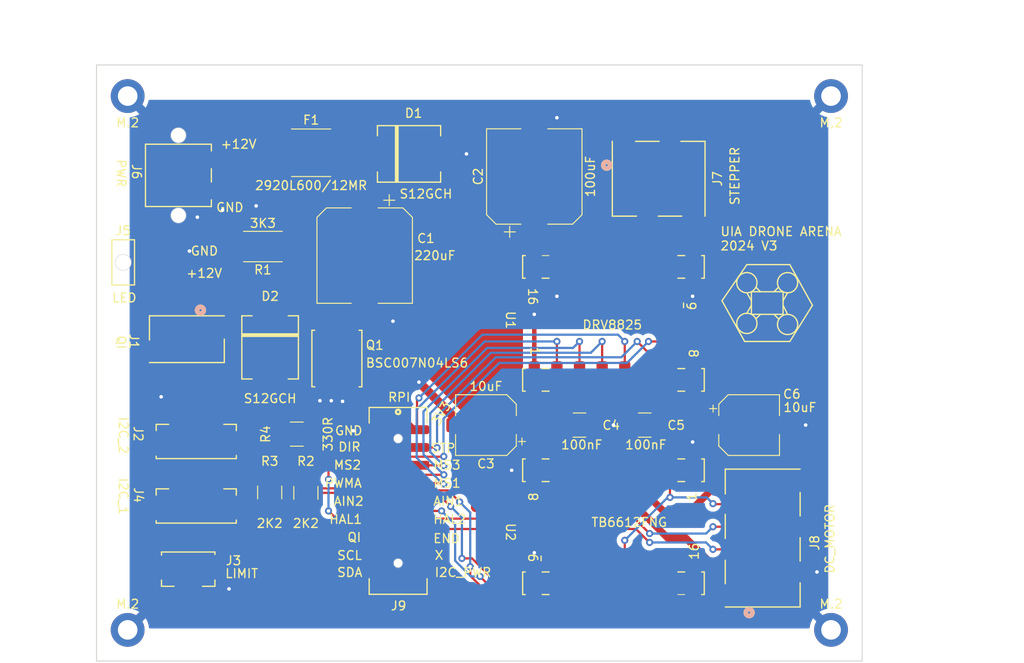
<source format=kicad_pcb>
(kicad_pcb (version 20221018) (generator pcbnew)
  (layers (0 "F.Cu" signal) (31 "B.Cu" signal) (34 "B.Paste" user) (35 "F.Paste" user) (36 "B.SilkS" user "B.Silkscreen") (37 "F.SilkS" user "F.Silkscreen") (38 "B.Mask" user) (39 "F.Mask" user) (44 "Edge.Cuts" user))
  (net 0 "")
  (net 1 "+12V")
  (net 2 "GND")
  (net 3 "+3.3V")
  (net 4 "Net-(J6-VCC)")
  (net 5 "/D")
  (net 6 "/I2C_PWR")
  (net 7 "/SCL")
  (net 8 "/SDA")
  (net 9 "Net-(J3-COM)")
  (net 10 "Net-(J5-pin_1)")
  (net 11 "Net-(J7-Pin_1)")
  (net 12 "Net-(J7-Pin_2)")
  (net 13 "Net-(J7-Pin_3)")
  (net 14 "Net-(J7-Pin_4)")
  (net 15 "Net-(J8-Pin_1)")
  (net 16 "Net-(J8-Pin_3)")
  (net 17 "Net-(J8-Pin_4)")
  (net 18 "Net-(J8-Pin_6)")
  (net 19 "Net-(J9-STEP)")
  (net 20 "Net-(J9-DIR)")
  (net 21 "Net-(J9-MS3)")
  (net 22 "Net-(J9-MS2)")
  (net 23 "Net-(J9-MS1)")
  (net 24 "Net-(J9-PWMA)")
  (net 25 "Net-(J9-AIN1)")
  (net 26 "Net-(J9-AIN2)")
  (net 27 "Net-(J9-QI)")
  (net 28 "/G")
  (footprint "2_bachelors_footprints:led_header_p2.54_2pin" (layer "F.Cu") (at 106.2275 75.6918 90)
    (fp_text reference "J5")
    (fp_text value "~")
    (fp_circle (center 0 1.27) (end 0.9 1.27) (stroke (width 0.05)) (fill none) (layer "Edge.Cuts"))
  )
  (footprint "2_bachelors_footprints:B4B-ZR-SM4-TFT" (layer "F.Cu") (at 115.7 101.25)
    (fp_text reference "J4")
    (fp_text value "~")
  )
  (footprint "Capacitor_SMD:C_1210_3225Metric_Pad1.33x2.70mm_HandSolder" (layer "F.Cu") (at 166.0775 93.98 180)
    (fp_text reference "C5")
    (fp_text value "100nF")
  )
  (footprint "Resistor_SMD:R_1210_3225Metric_Pad1.30x2.65mm_HandSolder" (layer "F.Cu") (at 127 94.996 180)
    (fp_text reference "R4")
    (fp_text value "330R")
  )
  (footprint "MountingHole:MountingHole_2.2mm_M2_DIN965_Pad" (layer "F.Cu") (at 187 57)
    (fp_text reference "M,2")
    (fp_text value "MountingHole_2.2mm_M2_DIN965_Pad")
  )
  (footprint "2_bachelors_footprints:CONN_MOLEX_18p_2.00mm" (layer "F.Cu") (at 138.375 102.5 -90)
    (fp_text reference "J9")
    (fp_text value "~")
    (fp_circle (center -7 0) (end -6.5 0) (stroke (width 0.05)) (fill none) (layer "Edge.Cuts"))
    (fp_circle (center 7 0) (end 7.5 0) (stroke (width 0.05)) (fill none) (layer "Edge.Cuts"))
  )
  (footprint "2_bachelors_footprints:B2B-ZR-SM4-TFT" (layer "F.Cu") (at 114.05 112.1 180)
    (fp_text reference "J3")
    (fp_text value "~")
  )
  (footprint "Capacitor_SMD:CP_Elec_6.3x4.5" (layer "F.Cu") (at 177.8 93.98)
    (fp_text reference "C6")
    (fp_text value "10uF")
  )
  (footprint "Resistor_SMD:R_1210_3225Metric_Pad1.30x2.65mm_HandSolder" (layer "F.Cu") (at 128.016 101.6 -90)
    (fp_text reference "R2")
    (fp_text value "2K2")
  )
  (footprint "2_bachelors_footprints:CONN_MTA_100_6" (layer "F.Cu") (at 180.7845 107.95 -90)
    (fp_text reference "J8")
    (fp_text value "~")
  )
  (footprint "Capacitor_SMD:C_1210_3225Metric_Pad1.33x2.70mm_HandSolder" (layer "F.Cu") (at 158.75 93.98)
    (fp_text reference "C4")
    (fp_text value "100nF")
  )
  (footprint "Capacitor_SMD:CP_Elec_10x10.5" (layer "F.Cu") (at 134.62 74.93 -90)
    (fp_text reference "C1")
    (fp_text value "220uF")
  )
  (footprint "Fuse:Fuse_2920_7451Metric_Pad2.10x5.45mm_HandSolder" (layer "F.Cu") (at 128.605 63.373)
    (fp_text reference "F1")
    (fp_text value "2920L600/12MR\n")
  )
  (footprint "MountingHole:MountingHole_2.2mm_M2_DIN965_Pad" (layer "F.Cu") (at 108 117)
    (fp_text reference "M.2")
    (fp_text value "MountingHole_2.2mm_M2_DIN965_Pad")
  )
  (footprint "2_bachelors_footprints:CONN_MTA_100_4" (layer "F.Cu") (at 163.83 64.77 180)
    (fp_text reference "J7")
    (fp_text value "~")
  )
  (footprint "2_bachelors_footprints:CONN_BREAKOUT_BOARDS" (layer "F.Cu") (at 162.56 111.76 180)
    (fp_text reference "U2")
    (fp_text value "~")
  )
  (footprint "2_bachelors_footprints:S12GCH" (layer "F.Cu") (at 124 85 -90)
    (fp_text reference "D2")
    (fp_text value "S12GCH")
  )
  (footprint "Resistor_SMD:R_2512_6332Metric_Pad1.40x3.35mm_HandSolder" (layer "F.Cu") (at 123.19 73.914 180)
    (fp_text reference "R1")
    (fp_text value "3K3")
  )
  (footprint "2_bachelors_footprints:CONN_BREAKOUT_BOARDS" (layer "F.Cu") (at 162.56 76.2)
    (fp_text reference "U1")
    (fp_text value "~")
  )
  (footprint "MountingHole:MountingHole_2.2mm_M2_DIN965_Pad" (layer "F.Cu") (at 187 117)
    (fp_text reference "M.2")
    (fp_text value "MountingHole_2.2mm_M2_DIN965_Pad")
  )
  (footprint "MountingHole:MountingHole_2.2mm_M2_DIN965_Pad" (layer "F.Cu") (at 108 57)
    (fp_text reference "M.2")
    (fp_text value "MountingHole_2.2mm_M2_DIN965_Pad")
  )
  (footprint "Resistor_SMD:R_1210_3225Metric_Pad1.30x2.65mm_HandSolder" (layer "F.Cu") (at 123.952 101.55 -90)
    (fp_text reference "R3")
    (fp_text value "2K2")
  )
  (footprint "Capacitor_SMD:CP_Elec_6.3x4.5" (layer "F.Cu") (at 148.24 93.98 180)
    (fp_text reference "C3")
    (fp_text value "10uF")
  )
  (footprint "2_bachelors_footprints:PG-TDSON-8-6_INF" (layer "F.Cu") (at 131.5 86.5 90)
    (fp_text reference "Q1")
    (fp_text value "BSC007N04LS6")
  )
  (footprint "2_bachelors_footprints:TERMINAL_BLOCK_5081" (layer "F.Cu") (at 117.4 65.913 -90)
    (fp_text reference "J6")
    (fp_text value "~")
    (fp_circle (center -4.5 3.7) (end -3.65 3.7) (stroke (width 0.05)) (fill none) (layer "Edge.Cuts"))
    (fp_circle (center 4.5 3.7) (end 5.35 3.7) (stroke (width 0.05)) (fill none) (layer "Edge.Cuts"))
  )
  (footprint "2_bachelors_footprints:S12GCH" (layer "F.Cu") (at 139.354 63.5)
    (fp_text reference "D1")
    (fp_text value "S12GCH")
  )
  (footprint "Capacitor_SMD:CP_Elec_10x10.5" (layer "F.Cu") (at 153.67 66.04 90)
    (fp_text reference "C2")
    (fp_text value "100uF")
  )
  (footprint "2_bachelors_footprints:B4B-ZR-SM4-TFT" (layer "F.Cu") (at 115.7 94)
    (fp_text reference "J2")
    (fp_text value "~")
  )
  (footprint "2_bachelors_footprints:CONN_MTA_100_2" (layer "F.Cu") (at 114.554 84.31826 90)
    (fp_text reference "J1")
    (fp_text value "~")
  )
  (gr_line (start 182.372 75.946) (end 184.912 80.518) (stroke (width 0.15)) (layer "F.SilkS"))
  (gr_line (start 184.912 80.518) (end 182.372 84.582) (stroke (width 0.15)) (layer "F.SilkS"))
  (gr_line (start 178.054 80.01) (end 177.546 79.113922) (stroke (width 0.15)) (layer "F.SilkS"))
  (gr_line (start 182.372 84.582) (end 177.292 84.582) (stroke (width 0.15)) (layer "F.SilkS"))
  (gr_line (start 179.07 81.534) (end 178.562 82.042) (stroke (width 0.15)) (layer "F.SilkS"))
  (gr_line (start 177.546 75.946) (end 182.372 75.946) (stroke (width 0.15)) (layer "F.SilkS"))
  (gr_line (start 180.594 81.534) (end 181.102 82.042) (stroke (width 0.15)) (layer "F.SilkS"))
  (gr_circle (center 182.118 77.978) (end 181.61 76.962) (stroke (width 0.15)) (fill none) (layer "F.SilkS"))
  (gr_circle (center 177.546 82.55) (end 178.562 82.042) (stroke (width 0.15)) (fill none) (layer "F.SilkS"))
  (gr_line (start 170.434 80.264) (end 170.434 80.772) (stroke (width 0.15)) (layer "F.SilkS"))
  (gr_line (start 180.594 78.994) (end 181.102 78.486) (stroke (width 0.15)) (layer "F.SilkS"))
  (gr_circle (center 182.118 82.669922) (end 181.61 81.653922) (stroke (width 0.15)) (fill none) (layer "F.SilkS"))
  (gr_line (start 154.432 109.22) (end 154.432 108.712) (stroke (width 0.15)) (layer "F.SilkS"))
  (gr_line (start 182.118 81.534) (end 181.61 80.518) (stroke (width 0.15)) (layer "F.SilkS"))
  (gr_line (start 179.07 78.994) (end 178.562 78.486) (stroke (width 0.15)) (layer "F.SilkS"))
  (gr_line (start 178.054 80.518) (end 177.546 81.414078) (stroke (width 0.15)) (layer "F.SilkS"))
  (gr_line (start 174.752 80.01) (end 177.546 75.946) (stroke (width 0.15)) (layer "F.SilkS"))
  (gr_rect (start 178.054 78.994) (end 181.61 81.534) (stroke (width 0.15)) (fill none) (layer "F.SilkS"))
  (gr_line (start 177.292 84.582) (end 174.752 80.01) (stroke (width 0.15)) (layer "F.SilkS"))
  (gr_line (start 181.61 80.01) (end 182.118 79.113922) (stroke (width 0.15)) (layer "F.SilkS"))
  (gr_circle (center 177.546 77.978) (end 178.562 77.47) (stroke (width 0.15)) (fill none) (layer "F.SilkS"))
  (gr_rect (start 104.5 53.5) (end 190.5 120.5) (stroke (width 0.1)) (fill none) (layer "Edge.Cuts"))
  (gr_text "LED" (at 106.172 80.264) (layer "F.SilkS") (effects (font (size 1 1)) (justify left bottom)))
  (gr_text "8" (at 170.942 85.344 -90) (layer "F.SilkS") (effects (font (size 1 1)) (justify left bottom)))
  (gr_text "UIA DRONE ARENA\n2024 V3" (at 174.498 74.422) (layer "F.SilkS") (effects (font (size 1 1)) (justify left bottom)))
  (gr_text "HAL2" (at 142.24 105.156) (layer "F.SilkS") (effects (font (size 1 1)) (justify left bottom)))
  (gr_text "MS3" (at 142.24 99.06) (layer "F.SilkS") (effects (font (size 1 1)) (justify left bottom)))
  (gr_text "GND" (at 117.856 70.104) (layer "F.SilkS") (effects (font (size 1 1)) (justify left bottom)))
  (gr_text "DIR" (at 131.572 97.028) (layer "F.SilkS") (effects (font (size 1 1)) (justify left bottom)))
  (gr_text "DRV8825" (at 159.004 83.312) (layer "F.SilkS") (effects (font (size 1 1)) (justify left bottom)))
  (gr_text "1" (at 171.958 102.616 90) (layer "F.SilkS") (effects (font (size 1 1)) (justify left bottom)))
  (gr_text "I2C_PWR" (at 142.4 111.125) (layer "F.SilkS") (effects (font (size 1 1)) (justify left bottom)))
  (gr_text "PWR" (at 106.68 64.008 -90) (layer "F.SilkS") (effects (font (size 1 1)) (justify left bottom)))
  (gr_text "LIMIT" (at 118.872 111.252) (layer "F.SilkS") (effects (font (size 1 1)) (justify left bottom)))
  (gr_text "MS1" (at 142.24 101.092) (layer "F.SilkS") (effects (font (size 1 1)) (justify left bottom)))
  (gr_text "RPI" (at 137.16 91.44) (layer "F.SilkS") (effects (font (size 1 1)) (justify left bottom)))
  (gr_text "TB6612FNG" (at 160 105.5) (layer "F.SilkS") (effects (font (size 1 1)) (justify left bottom)))
  (gr_text "STEPPER" (at 176.784 69.342 90) (layer "F.SilkS") (effects (font (size 1 1)) (justify left bottom)))
  (gr_text "AIN1" (at 142.24 103.124) (layer "F.SilkS") (effects (font (size 1 1)) (justify left bottom)))
  (gr_text "GND" (at 115 75) (layer "F.SilkS") (effects (font (size 1 1)) (justify left bottom)))
  (gr_text "16" (at 172.212 109.22 90) (layer "F.SilkS") (effects (font (size 1 1)) (justify left bottom)))
  (gr_text "16" (at 152.908 78.486 -90) (layer "F.SilkS") (effects (font (size 1 1)) (justify left bottom)))
  (gr_text "GND" (at 131.2 95.2) (layer "F.SilkS") (effects (font (size 1 1)) (justify left bottom)))
  (gr_text "I2C_2" (at 106.934 92.964 -90) (layer "F.SilkS") (effects (font (size 1 1)) (justify left bottom)))
  (gr_text "STP" (at 141.986 97.155) (layer "F.SilkS") (effects (font (size 1 1)) (justify left bottom)))
  (gr_text "X" (at 142.4 109.2) (layer "F.SilkS") (effects (font (size 1 1)) (justify left bottom)))
  (gr_text "AIN2" (at 131.064 103.124) (layer "F.SilkS") (effects (font (size 1 1)) (justify left bottom)))
  (gr_text "1" (at 153.162 85.09 -90) (layer "F.SilkS") (effects (font (size 1 1)) (justify left bottom)))
  (gr_text "SCL" (at 131.445 109.22) (layer "F.SilkS") (effects (font (size 1 1)) (justify left bottom)))
  (gr_text "8" (at 154.178 102.616 90) (layer "F.SilkS") (effects (font (size 1 1)) (justify left bottom)))
  (gr_text "QI" (at 106.68 83.82 -90) (layer "F.SilkS") (effects (font (size 1 1)) (justify left bottom)))
  (gr_text "MS2" (at 131.064 99.06) (layer "F.SilkS") (effects (font (size 1 1)) (justify left bottom)))
  (gr_text "9" (at 170.688 80.01 270) (layer "F.SilkS") (effects (font (size 1 1)) (justify left bottom)))
  (gr_text "9" (at 154.178 109.474 90) (layer "F.SilkS") (effects (font (size 1 1)) (justify left bottom)))
  (gr_text "I2C_1" (at 106.934 99.822 -90) (layer "F.SilkS") (effects (font (size 1 1)) (justify left bottom)))
  (gr_text "HAL1" (at 130.556 105.156) (layer "F.SilkS") (effects (font (size 1 1)) (justify left bottom)))
  (gr_text "3V3" (at 143.002 94.234 60) (layer "F.SilkS") (effects (font (size 1 1)) (justify left bottom)))
  (gr_text "SDA" (at 131.445 111.125) (layer "F.SilkS") (effects (font (size 1 1)) (justify left bottom)))
  (gr_text "END" (at 142.24 107.315) (layer "F.SilkS") (effects (font (size 1 1)) (justify left bottom)))
  (gr_text "DC_MOTOR" (at 187.452 110.744 90) (layer "F.SilkS") (effects (font (size 1 1)) (justify left bottom)))
  (gr_text "PWMA" (at 130.048 101.092) (layer "F.SilkS") (effects (font (size 1 1)) (justify left bottom)))
  (gr_text "+12V" (at 118.364 62.992) (layer "F.SilkS") (effects (font (size 1 1)) (justify left bottom)))
  (gr_text "QI" (at 132.588 107.188) (layer "F.SilkS") (effects (font (size 1 1)) (justify left bottom)))
  (gr_text "+12V" (at 114.5 77.5) (layer "F.SilkS") (effects (font (size 1 1)) (justify left bottom)))
  (segment (start 148.4 92.964) (end 148.4 94.996) (width 1) (layer "F.Cu") (net 1))
  (segment (start 156.972 96.266) (end 157.1875 96.0505) (width 1.2) (layer "F.Cu") (net 1))
  (segment (start 117.05548 83.09652) (end 119.38 80.772) (width 1) (layer "F.Cu") (net 1))
  (segment (start 156.845 96.393) (end 157.1875 96.0505) (width 1.2) (layer "F.Cu") (net 1))
  (segment (start 116 83) (end 118.402 83) (width 0.25) (layer "F.Cu") (net 1))
  (segment (start 132.08 63.373) (end 135.925 63.373) (width 1) (layer "F.Cu") (net 1))
  (segment (start 157.1875 93.98) (end 157.1875 92.4175) (width 1) (layer "F.Cu") (net 1))
  (segment (start 153.67 76.2) (end 151.13 78.74) (width 1) (layer "F.Cu") (net 1))
  (segment (start 157.1875 96.0505) (end 157.1875 93.98) (width 1) (layer "F.Cu") (net 1))
  (segment (start 156.21 99.06) (end 156.21 97.028) (width 1) (layer "F.Cu") (net 1))
  (segment (start 156.21 97.028) (end 155.448 96.266) (width 1.2) (layer "F.Cu") (net 1))
  (segment (start 157.1875 92.4175) (end 156.845 92.075) (width 1) (layer "F.Cu") (net 1))
  (segment (start 156.845 92.075) (end 155.575 92.075) (width 1) (layer "F.Cu") (net 1))
  (segment (start 135.925 63.373) (end 136.052 63.5) (width 0.25) (layer "F.Cu") (net 1))
  (segment (start 124 81.698) (end 126.746 81.698) (width 1) (layer "F.Cu") (net 1))
  (segment (start 153.67 76.2) (end 153.67 70.24) (width 1) (layer "F.Cu") (net 1))
  (segment (start 156.21 99.06) (end 156.21 101.854) (width 1) (layer "F.Cu") (net 1))
  (segment (start 155.448 96.266) (end 156.972 96.266) (width 1.2) (layer "F.Cu") (net 1))
  (segment (start 150.94 93.98) (end 148.4 93.98) (width 1) (layer "F.Cu") (net 1))
  (segment (start 116 83) (end 117.856 83) (width 0.25) (layer "F.Cu") (net 1))
  (segment (start 148.4 92.456) (end 148.4 93.98) (width 1) (layer "F.Cu") (net 1))
  (segment (start 156.21 97.028) (end 156.845 96.393) (width 1.2) (layer "F.Cu") (net 1))
  (segment (start 153.67 99.06) (end 151.13 99.06) (width 0.6) (layer "F.Cu") (net 2))
  (segment (start 115.824 68.326) (end 116.487 67.663) (width 1.5) (layer "F.Cu") (net 2))
  (segment (start 118.65 67.663) (end 118.65 69.818) (width 1.5) (layer "F.Cu") (net 2))
  (segment (start 118.65 67.663) (end 120.749 67.663) (width 0.25) (layer "F.Cu") (net 2))
  (segment (start 130.81 89.467501) (end 130.865 89.522501) (width 0.25) (layer "F.Cu") (net 2))
  (segment (start 132.135 91.313) (end 132.135 89.412501) (width 0.85) (layer "F.Cu") (net 2))
  (segment (start 153.67 88.9) (end 153.67 81.534) (width 0.5) (layer "F.Cu") (net 2))
  (segment (start 153.806 61.84) (end 153.67 61.84) (width 1) (layer "F.Cu") (net 2))
  (segment (start 144.46 93.538) (end 144.018 93.98) (width 0.25) (layer "F.Cu") (net 2))
  (segment (start 171.45 76.2) (end 171.45 79.502) (width 0.6) (layer "F.Cu") (net 2))
  (segment (start 153.67 111.76) (end 153.67 108.331) (width 0.6) (layer "F.Cu") (net 2))
  (segment (start 137.795 82.305) (end 134.738 79.248) (width 1) (layer "F.Cu") (net 2))
  (segment (start 144.018 93.98) (end 144.46 93.98) (width 0.25) (layer "F.Cu") (net 2))
  (segment (start 164.515 93.98) (end 162.56 93.98) (width 0.25) (layer "F.Cu") (net 2))
  (segment (start 142.952 63.5) (end 146.05 63.5) (width 1) (layer "F.Cu") (net 2))
  (segment (start 130.865 91.241) (end 130.865 89.522501) (width 0.85) (layer "F.Cu") (net 2))
  (segment (start 115.845 112.395) (end 115.55 112.1) (width 0.25) (layer "F.Cu") (net 2))
  (segment (start 113.45 91.86) (end 113.45 93.9) (width 0.25) (layer "F.Cu") (net 2))
  (segment (start 115.824 70.612) (end 115.824 68.326) (width 1.5) (layer "F.Cu") (net 2))
  (segment (start 129.595 91.241) (end 129.595 89.412501) (width 0.85) (layer "F.Cu") (net 2))
  (segment (start 180.839999 110.49) (end 185.42 110.49) (width 0.25) (layer "F.Cu") (net 2))
  (segment (start 171.45 95.885) (end 171.45 99.06) (width 0.6) (layer "F.Cu") (net 2))
  (segment (start 122.428 69.342) (end 120.749 67.663) (width 1.5) (layer "F.Cu") (net 2))
  (segment (start 180.5 93.98) (end 184.15 93.98) (width 0.25) (layer "F.Cu") (net 2))
  (segment (start 112.395 90.805) (end 113.45 91.86) (width 0.25) (layer "F.Cu") (net 2))
  (segment (start 160.3125 93.98) (end 162.56 93.98) (width 1) (layer "F.Cu") (net 2))
  (segment (start 133.465 94.5) (end 133.35 94.615) (width 0.25) (layer "F.Cu") (net 2))
  (segment (start 116.487 67.663) (end 118.65 67.663) (width 0.25) (layer "F.Cu") (net 2))
  (segment (start 134.62 79.248) (end 134.62 79.13) (width 0.25) (layer "F.Cu") (net 2))
  (segment (start 111.76 90.805) (end 112.395 90.805) (width 0.25) (layer "F.Cu") (net 2))
  (segment (start 119.38 112.395) (end 115.845 112.395) (width 0.25) (layer "F.Cu") (net 2))
  (segment (start 134.738 79.248) (end 134.62 79.248) (width 1) (layer "F.Cu") (net 2))
  (segment (start 113.45 93.9) (end 113.45 101.15) (width 0.25) (layer "F.Cu") (net 2))
  (segment (start 156.21 59.436) (end 153.806 61.84) (width 1) (layer "F.Cu") (net 2))
  (segment (start 156.21 76.2) (end 156.21 79.502) (width 0.6) (layer "F.Cu") (net 2))
  (segment (start 136.25 94.5) (end 133.465 94.5) (width 0.25) (layer "F.Cu") (net 2))
  (segment (start 114.935 74.4218) (end 112.2975 74.4218) (width 0.8) (layer "F.Cu") (net 2))
  (segment (start 140.716 89.154) (end 145.54 93.978) (width 1) (layer "F.Cu") (net 2))
  (via (at 185.42 110.49) (size 0.8) (drill 0.4) (layers "F.Cu" "B.Cu") (net 2))
  (via (at 171.45 79.502) (size 0.8) (drill 0.4) (layers "F.Cu" "B.Cu") (net 2))
  (via (at 153.67 108.331) (size 0.8) (drill 0.4) (layers "F.Cu" "B.Cu") (net 2))
  (via (at 114.935 74.4218) (size 0.8) (drill 0.4) (layers "F.Cu" "B.Cu") (net 2))
  (via (at 153.67 81.534) (size 0.8) (drill 0.4) (layers "F.Cu" "B.Cu") (net 2))
  (via (at 133.35 94.615) (size 0.8) (drill 0.4) (layers "F.Cu" "B.Cu") (net 2))
  (via (at 132.135 91.313) (size 0.8) (drill 0.4) (layers "F.Cu" "B.Cu") (net 2))
  (via (at 146.05 63.5) (size 0.8) (drill 0.4) (layers "F.Cu" "B.Cu") (net 2))
  (via (at 118.65 69.818) (size 0.8) (drill 0.4) (layers "F.Cu" "B.Cu") (net 2))
  (via (at 171.45 95.885) (size 0.8) (drill 0.4) (layers "F.Cu" "B.Cu") (net 2))
  (via (at 140.716 89.154) (size 0.8) (drill 0.4) (layers "F.Cu" "B.Cu") (net 2))
  (via (at 115.824 70.612) (size 0.8) (drill 0.4) (layers "F.Cu" "B.Cu") (net 2))
  (via (at 156.21 59.436) (size 0.8) (drill 0.4) (layers "F.Cu" "B.Cu") (net 2))
  (via (at 156.21 79.502) (size 0.8) (drill 0.4) (layers "F.Cu" "B.Cu") (net 2))
  (via (at 184.15 93.98) (size 0.8) (drill 0.4) (layers "F.Cu" "B.Cu") (net 2))
  (via (at 122.428 69.342) (size 0.8) (drill 0.4) (layers "F.Cu" "B.Cu") (net 2))
  (via (at 162.56 93.98) (size 0.8) (drill 0.4) (layers "F.Cu" "B.Cu") (net 2))
  (via (at 151.13 99.06) (size 0.8) (drill 0.4) (layers "F.Cu" "B.Cu") (net 2))
  (via (at 137.795 82.305) (size 0.8) (drill 0.4) (layers "F.Cu" "B.Cu") (net 2))
  (via (at 119.38 112.395) (size 0.8) (drill 0.4) (layers "F.Cu" "B.Cu") (net 2))
  (via (at 130.865 91.241) (size 0.8) (drill 0.4) (layers "F.Cu" "B.Cu") (net 2))
  (via (at 129.595 91.241) (size 0.8) (drill 0.4) (layers "F.Cu" "B.Cu") (net 2))
  (via (at 111.76 90.805) (size 0.8) (drill 0.4) (layers "F.Cu" "B.Cu") (net 2))
  (segment (start 108 57) (end 110 59) (width 1) (layer "B.Cu") (net 2))
  (segment (start 187 57) (end 184 60) (width 1) (layer "B.Cu") (net 2))
  (segment (start 187 117) (end 185 115) (width 1) (layer "B.Cu") (net 2))
  (segment (start 108 117) (end 110 115) (width 1) (layer "B.Cu") (net 2))
  (segment (start 168.91 99.06) (end 168.91 97.282) (width 0.25) (layer "F.Cu") (net 3))
  (segment (start 140.5 91.148) (end 140.5 94.5) (width 0.25) (layer "F.Cu") (net 3))
  (segment (start 123.952 100) (end 127.966 100) (width 0.25) (layer "F.Cu") (net 3))
  (segment (start 173.790893 102.87) (end 177.8 102.87) (width 0.25) (layer "F.Cu") (net 3))
  (segment (start 163.83 111.76) (end 163.83 106.934) (width 0.25) (layer "F.Cu") (net 3))
  (segment (start 163.83 84.582) (end 163.83 88.9) (width 0.25) (layer "F.Cu") (net 3))
  (segment (start 168.91 102.108) (end 168.91 99.06) (width 0.25) (layer "F.Cu") (net 3))
  (segment (start 139.472 93.472) (end 140.5 94.5) (width 0.25) (layer "F.Cu") (net 3))
  (segment (start 128.016 100.05) (end 129.058 101.092) (width 0.25) (layer "F.Cu") (net 3))
  (segment (start 134.112 96.402305) (end 132.588 94.878305) (width 0.25) (layer "F.Cu") (net 3))
  (segment (start 166.37 91.186) (end 167.64 92.456) (width 0.25) (layer "F.Cu") (net 3))
  (segment (start 133.4629 101.092) (end 134.112 100.4429) (width 0.25) (layer "F.Cu") (net 3))
  (segment (start 132.588 94.878305) (end 132.588 94.351695) (width 0.25) (layer "F.Cu") (net 3))
  (segment (start 168.91 97.282) (end 172.212 93.98) (width 0.25) (layer "F.Cu") (net 3))
  (segment (start 129.058 101.092) (end 133.4629 101.092) (width 0.25) (layer "F.Cu") (net 3))
  (segment (start 168.91 99.06) (end 168.91 95.25) (width 0.25) (layer "F.Cu") (net 3))
  (segment (start 127.966 100) (end 128.016 100.05) (width 0.25) (layer "F.Cu") (net 3))
  (segment (start 166.37 88.9) (end 166.37 91.186) (width 0.25) (layer "F.Cu") (net 3))
  (segment (start 163.83 88.9) (end 166.37 88.9) (width 0.25) (layer "F.Cu") (net 3))
  (segment (start 173.736 102.815107) (end 173.790893 102.87) (width 0.25) (layer "F.Cu") (net 3))
  (segment (start 134.112 100.4429) (end 134.112 96.402305) (width 0.25) (layer "F.Cu") (net 3))
  (segment (start 167.64 92.456) (end 167.64 93.98) (width 0.25) (layer "F.Cu") (net 3))
  (segment (start 132.588 94.351695) (end 133.467695 93.472) (width 0.25) (layer "F.Cu") (net 3))
  (segment (start 168.91 95.25) (end 167.64 93.98) (width 0.25) (layer "F.Cu") (net 3))
  (segment (start 172.212 93.98) (end 175.1 93.98) (width 0.25) (layer "F.Cu") (net 3))
  (segment (start 140.716 90.932) (end 140.5 91.148) (width 0.25) (layer "F.Cu") (net 3))
  (segment (start 133.467695 93.472) (end 139.472 93.472) (width 0.25) (layer "F.Cu") (net 3))
  (via (at 173.736 102.815107) (size 0.8) (drill 0.4) (layers "F.Cu" "B.Cu") (net 3))
  (via (at 140.716 90.932) (size 0.8) (drill 0.4) (layers "F.Cu" "B.Cu") (net 3))
  (via (at 168.91 102.108) (size 0.8) (drill 0.4) (layers "F.Cu" "B.Cu") (net 3))
  (via (at 163.83 84.582) (size 0.8) (drill 0.4) (layers "F.Cu" "B.Cu") (net 3))
  (via (at 163.83 106.934) (size 0.8) (drill 0.4) (layers "F.Cu" "B.Cu") (net 3))
  (segment (start 173.028893 102.108) (end 173.736 102.815107) (width 0.25) (layer "B.Cu") (net 3))
  (segment (start 163.068 83.82) (end 163.83 84.582) (width 0.25) (layer "B.Cu") (net 3))
  (segment (start 168.91 102.108) (end 173.028893 102.108) (width 0.25) (layer "B.Cu") (net 3))
  (segment (start 140.716 90.932) (end 147.828 83.82) (width 0.25) (layer "B.Cu") (net 3))
  (segment (start 147.828 83.82) (end 163.068 83.82) (width 0.25) (layer "B.Cu") (net 3))
  (segment (start 168.656 102.108) (end 163.83 106.934) (width 0.25) (layer "B.Cu") (net 3))
  (segment (start 168.91 102.108) (end 168.656 102.108) (width 0.25) (layer "B.Cu") (net 3))
  (segment (start 118.65 64.163) (end 122.273 64.163) (width 1.5) (layer "F.Cu") (net 4))
  (segment (start 118.65 64.163) (end 120.527 66.04) (width 1.25) (layer "F.Cu") (net 4))
  (segment (start 120.527 66.04) (end 121.92 66.04) (width 1.25) (layer "F.Cu") (net 4))
  (segment (start 116.773 66.04) (end 115.316 66.04) (width 1.25) (layer "F.Cu") (net 4))
  (segment (start 122.273 64.163) (end 123.063 63.373) (width 1.25) (layer "F.Cu") (net 4))
  (segment (start 123.063 63.373) (end 125.13 63.373) (width 1.5) (layer "F.Cu") (net 4))
  (segment (start 118.65 64.163) (end 116.773 66.04) (width 1.25) (layer "F.Cu") (net 4))
  (segment (start 110.744 86.36) (end 110.744 88.138) (width 0.85) (layer "F.Cu") (net 5))
  (segment (start 131.5 85.873506) (end 131.042494 85.873506) (width 0.25) (layer "F.Cu") (net 5))
  (segment (start 111.46748 85.63652) (end 110.744 86.36) (width 1) (layer "F.Cu") (net 5))
  (segment (start 131.042494 85.873506) (end 128.27 88.646) (width 0.85) (layer "F.Cu") (net 5))
  (segment (start 129.595 83.587499) (end 129.595 82.351) (width 0.25) (layer "F.Cu") (net 5))
  (segment (start 113.1336 85.63652) (end 111.46748 85.63652) (width 0.25) (layer "F.Cu") (net 5))
  (segment (start 133.405 83.587499) (end 133.405 82.351) (width 0.25) (layer "F.Cu") (net 5))
  (segment (start 132.135 83.587499) (end 132.135 82.351) (width 0.25) (layer "F.Cu") (net 5))
  (segment (start 130.865 83.587499) (end 130.865 82.351) (width 0.25) (layer "F.Cu") (net 5))
  (segment (start 131.593506 85.873506) (end 134.874 89.154) (width 0.85) (layer "F.Cu") (net 5))
  (segment (start 131.5 85.873506) (end 131.593506 85.873506) (width 0.25) (layer "F.Cu") (net 5))
  (segment (start 133.65 104.9451) (end 133.65 102.4049) (width 0.25) (layer "F.Cu") (net 6))
  (segment (start 138.176 106.77955) (end 138.176 105.664) (width 0.25) (layer "F.Cu") (net 6))
  (segment (start 132.8451 101.6) (end 118.4 101.6) (width 0.25) (layer "F.Cu") (net 6))
  (segment (start 140.5 110.5) (end 141.875 110.5) (width 0.25) (layer "F.Cu") (net 6))
  (segment (start 142.24 108.0449) (end 141.5201 107.325) (width 0.25) (layer "F.Cu") (net 6))
  (segment (start 137.837 105.325) (end 134.0299 105.325) (width 0.25) (layer "F.Cu") (net 6))
  (segment (start 138.72145 107.325) (end 138.176 106.77955) (width 0.25) (layer "F.Cu") (net 6))
  (segment (start 134.0299 105.325) (end 133.65 104.9451) (width 0.25) (layer "F.Cu") (net 6))
  (segment (start 117.95 93.9) (end 117.95 101.15) (width 0.25) (layer "F.Cu") (net 6))
  (segment (start 142.24 110.135) (end 142.24 108.0449) (width 0.25) (layer "F.Cu") (net 6))
  (segment (start 138.176 105.664) (end 137.837 105.325) (width 0.25) (layer "F.Cu") (net 6))
  (segment (start 141.875 110.5) (end 142.24 110.135) (width 0.25) (layer "F.Cu") (net 6))
  (segment (start 118.4 101.6) (end 117.95 101.15) (width 0.25) (layer "F.Cu") (net 6))
  (segment (start 141.5201 107.325) (end 138.72145 107.325) (width 0.25) (layer "F.Cu") (net 6))
  (segment (start 133.65 102.4049) (end 132.8451 101.6) (width 0.25) (layer "F.Cu") (net 6))
  (segment (start 120.745975 104.725) (end 121.838975 103.632) (width 0.25) (layer "F.Cu") (net 7))
  (segment (start 122.6489 102.108) (end 126.974 102.108) (width 0.25) (layer "F.Cu") (net 7))
  (segment (start 121.838975 103.632) (end 121.838975 102.917925) (width 0.25) (layer "F.Cu") (net 7))
  (segment (start 118.441 104.725) (end 120.745975 104.725) (width 0.25) (layer "F.Cu") (net 7))
  (segment (start 121.838975 102.917925) (end 122.6489 102.108) (width 0.25) (layer "F.Cu") (net 7))
  (segment (start 116.45 101.15) (end 116.45 102.734) (width 0.25) (layer "F.Cu") (net 7))
  (segment (start 136.25 108.5) (end 133.366 108.5) (width 0.25) (layer "F.Cu") (net 7))
  (segment (start 126.974 102.108) (end 128.016 103.15) (width 0.25) (layer "F.Cu") (net 7))
  (segment (start 116.45 101.15) (end 116.45 93.9) (width 0.25) (layer "F.Cu") (net 7))
  (segment (start 133.366 108.5) (end 128.016 103.15) (width 0.25) (layer "F.Cu") (net 7))
  (segment (start 116.45 102.734) (end 118.441 104.725) (width 0.25) (layer "F.Cu") (net 7))
  (segment (start 123.952 103.1) (end 123.952 103.149159) (width 0.25) (layer "F.Cu") (net 8))
  (segment (start 117.614 105.664) (end 114.95 103) (width 0.25) (layer "F.Cu") (net 8))
  (segment (start 114.95 93.9) (end 114.95 101.15) (width 0.25) (layer "F.Cu") (net 8))
  (segment (start 131.352 110.5) (end 123.952 103.1) (width 0.25) (layer "F.Cu") (net 8))
  (segment (start 123.952 103.149159) (end 121.437159 105.664) (width 0.25) (layer "F.Cu") (net 8))
  (segment (start 136.25 110.5) (end 131.352 110.5) (width 0.25) (layer "F.Cu") (net 8))
  (segment (start 121.437159 105.664) (end 117.614 105.664) (width 0.25) (layer "F.Cu") (net 8))
  (segment (start 114.95 103) (end 114.95 101.15) (width 0.25) (layer "F.Cu") (net 8))
  (segment (start 140.5 106.5) (end 141.875 106.5) (width 0.25) (layer "F.Cu") (net 9))
  (segment (start 115.163044 114.275) (end 114.05 113.161956) (width 0.25) (layer "F.Cu") (net 9))
  (segment (start 141.875 106.5) (end 142.748 107.373) (width 0.25) (layer "F.Cu") (net 9))
  (segment (start 142.748 110.744) (end 139.217 114.275) (width 0.25) (layer "F.Cu") (net 9))
  (segment (start 114.05 113.161956) (end 114.05 112.1) (width 0.25) (layer "F.Cu") (net 9))
  (segment (start 139.217 114.275) (end 115.163044 114.275) (width 0.25) (layer "F.Cu") (net 9))
  (segment (start 142.748 107.373) (end 142.748 110.744) (width 0.25) (layer "F.Cu") (net 9))
  (segment (start 116.84 76.9618) (end 119.8878 73.914) (width 0.8) (layer "F.Cu") (net 10))
  (segment (start 116.84 76.9618) (end 112.2975 76.9618) (width 0.8) (layer "F.Cu") (net 10))
  (segment (start 119.8878 73.914) (end 120.14 73.914) (width 0.8) (layer "F.Cu") (net 10))
  (segment (start 158.75 73.914) (end 158.75 76.2) (width 0.8) (layer "F.Cu") (net 11))
  (segment (start 163.83 68.834) (end 158.75 73.914) (width 0.8) (layer "F.Cu") (net 11))
  (segment (start 163.83 64.77) (end 163.83 68.834) (width 0.8) (layer "F.Cu") (net 11))
  (segment (start 166.37 69.342) (end 161.29 74.422) (width 0.8) (layer "F.Cu") (net 12))
  (segment (start 166.37 67.809999) (end 166.37 69.342) (width 0.8) (layer "F.Cu") (net 12))
  (segment (start 161.29 74.422) (end 161.29 76.2) (width 0.8) (layer "F.Cu") (net 12))
  (segment (start 163.83 74.93) (end 163.83 76.2) (width 0.25) (layer "F.Cu") (net 13))
  (segment (start 168.91 70.866) (end 168.148 71.628) (width 0.8) (layer "F.Cu") (net 13))
  (segment (start 168.148 71.628) (end 167.132 71.628) (width 0.8) (layer "F.Cu") (net 13))
  (segment (start 167.132 71.628) (end 163.83 74.93) (width 0.8) (layer "F.Cu") (net 13))
  (segment (start 168.91 64.77) (end 168.91 70.866) (width 0.8) (layer "F.Cu") (net 13))
  (segment (start 168.203499 73.152) (end 166.37 74.985499) (width 0.8) (layer "F.Cu") (net 14))
  (segment (start 166.37 74.985499) (end 166.37 76.2) (width 0.25) (layer "F.Cu") (net 14))
  (segment (start 169.672 73.152) (end 168.203499 73.152) (width 0.8) (layer "F.Cu") (net 14))
  (segment (start 171.45 71.374) (end 169.672 73.152) (width 0.8) (layer "F.Cu") (net 14))
  (segment (start 171.45 67.809999) (end 171.45 69.905499) (width 0.25) (layer "F.Cu") (net 14))
  (segment (start 171.45 69.905499) (end 171.45 71.374) (width 0.8) (layer "F.Cu") (net 14))
  (segment (start 163.83 99.06) (end 163.83 101.854) (width 0.8) (layer "F.Cu") (net 15))
  (segment (start 163.83 101.854) (end 168.656 106.68) (width 0.8) (layer "F.Cu") (net 15))
  (segment (start 168.656 106.68) (end 170.688 106.68) (width 0.8) (layer "F.Cu") (net 15))
  (segment (start 170.688 106.68) (end 177.038 113.03) (width 0.8) (layer "F.Cu") (net 15))
  (segment (start 177.038 113.03) (end 177.8 113.03) (width 0.8) (layer "F.Cu") (net 15))
  (segment (start 165.090695 105.664) (end 166.598698 107.172003) (width 0.25) (layer "F.Cu") (net 16))
  (segment (start 138.028 104.5) (end 139.192 105.664) (width 0.25) (layer "F.Cu") (net 16))
  (segment (start 139.192 105.664) (end 165.090695 105.664) (width 0.25) (layer "F.Cu") (net 16))
  (segment (start 173.736 107.95) (end 177.8 107.95) (width 0.25) (layer "F.Cu") (net 16))
  (segment (start 166.598698 107.172003) (end 166.624 107.172003) (width 0.25) (layer "F.Cu") (net 16))
  (segment (start 136.25 104.5) (end 138.028 104.5) (width 0.25) (layer "F.Cu") (net 16))
  (via (at 166.624 107.172003) (size 0.8) (drill 0.4) (layers "F.Cu" "B.Cu") (net 16))
  (via (at 173.736 107.95) (size 0.8) (drill 0.4) (layers "F.Cu" "B.Cu") (net 16))
  (segment (start 166.624 107.172003) (end 172.958003 107.172003) (width 0.25) (layer "B.Cu") (net 16))
  (segment (start 172.958003 107.172003) (end 173.736 107.95) (width 0.25) (layer "B.Cu") (net 16))
  (segment (start 166.624 106.172) (end 164.952 104.5) (width 0.25) (layer "F.Cu") (net 17))
  (segment (start 140.5 104.5) (end 140.648 104.648) (width 0.25) (layer "F.Cu") (net 17))
  (segment (start 173.736 105.41) (end 180.839999 105.41) (width 0.25) (layer "F.Cu") (net 17))
  (segment (start 164.952 104.5) (end 140.5 104.5) (width 0.25) (layer "F.Cu") (net 17))
  (segment (start 180.077999 104.648) (end 180.839999 105.41) (width 0.25) (layer "F.Cu") (net 17))
  (via (at 173.736 105.41) (size 0.8) (drill 0.4) (layers "F.Cu" "B.Cu") (net 17))
  (via (at 166.624 106.172) (size 0.8) (drill 0.4) (layers "F.Cu" "B.Cu") (net 17))
  (segment (start 172.974 106.172) (end 166.624 106.172) (width 0.25) (layer "B.Cu") (net 17))
  (segment (start 173.736 105.41) (end 172.974 106.172) (width 0.25) (layer "B.Cu") (net 17))
  (segment (start 180.839999 100.33) (end 174.498 100.33) (width 0.8) (layer "F.Cu") (net 18))
  (segment (start 171.196 103.632) (end 168.148 103.632) (width 0.8) (layer "F.Cu") (net 18))
  (segment (start 168.148 103.632) (end 166.37 101.854) (width 0.8) (layer "F.Cu") (net 18))
  (segment (start 174.498 100.33) (end 171.196 103.632) (width 0.8) (layer "F.Cu") (net 18))
  (segment (start 166.37 101.854) (end 166.37 99.06) (width 0.8) (layer "F.Cu") (net 18))
  (segment (start 142.748 96.52) (end 142.728 96.5) (width 0.25) (layer "F.Cu") (net 19))
  (segment (start 142.728 96.5) (end 140.5 96.5) (width 0.25) (layer "F.Cu") (net 19))
  (segment (start 165.227 84.582) (end 168.91 88.265) (width 0.25) (layer "F.Cu") (net 19))
  (segment (start 168.91 88.265) (end 168.91 88.9) (width 0.25) (layer "F.Cu") (net 19))
  (via (at 165.227 84.582) (size 0.8) (drill 0.4) (layers "F.Cu" "B.Cu") (net 19))
  (via (at 142.748 96.52) (size 0.8) (drill 0.4) (layers "F.Cu" "B.Cu") (net 19))
  (segment (start 163.449 86.36) (end 165.227 84.582) (width 0.25) (layer "B.Cu") (net 19))
  (segment (start 149.352 86.36) (end 163.449 86.36) (width 0.25) (layer "B.Cu") (net 19))
  (segment (start 142.748 92.964) (end 149.352 86.36) (width 0.25) (layer "B.Cu") (net 19))
  (segment (start 142.748 96.52) (end 142.748 92.964) (width 0.25) (layer "B.Cu") (net 19))
  (segment (start 143.473 97.536) (end 137.286 97.536) (width 0.25) (layer "F.Cu") (net 20))
  (segment (start 166.497 84.582) (end 169.232 84.582) (width 0.25) (layer "F.Cu") (net 20))
  (segment (start 137.286 97.536) (end 136.25 96.5) (width 0.25) (layer "F.Cu") (net 20))
  (segment (start 143.500806 97.508194) (end 143.473 97.536) (width 0.25) (layer "F.Cu") (net 20))
  (segment (start 169.232 84.582) (end 171.45 86.8) (width 0.25) (layer "F.Cu") (net 20))
  (segment (start 171.45 86.8) (end 171.45 88.9) (width 0.25) (layer "F.Cu") (net 20))
  (via (at 143.500806 97.508194) (size 0.8) (drill 0.4) (layers "F.Cu" "B.Cu") (net 20))
  (via (at 166.497 84.582) (size 0.8) (drill 0.4) (layers "F.Cu" "B.Cu") (net 20))
  (segment (start 149.733 86.995) (end 164.084 86.995) (width 0.25) (layer "B.Cu") (net 20))
  (segment (start 143.500806 97.508194) (end 143.473 97.480388) (width 0.25) (layer "B.Cu") (net 20))
  (segment (start 164.084 86.995) (end 166.497 84.582) (width 0.25) (layer "B.Cu") (net 20))
  (segment (start 143.473 97.480388) (end 143.473 93.255) (width 0.25) (layer "B.Cu") (net 20))
  (segment (start 143.473 93.255) (end 149.733 86.995) (width 0.25) (layer "B.Cu") (net 20))
  (segment (start 143.467306 98.5) (end 140.5 98.5) (width 0.25) (layer "F.Cu") (net 21))
  (segment (start 143.514927 98.547621) (end 143.467306 98.5) (width 0.25) (layer "F.Cu") (net 21))
  (segment (start 161.29 84.582) (end 161.29 88.9) (width 0.25) (layer "F.Cu") (net 21))
  (via (at 143.514927 98.547621) (size 0.8) (drill 0.4) (layers "F.Cu" "B.Cu") (net 21))
  (via (at 161.29 84.582) (size 0.8) (drill 0.4) (layers "F.Cu" "B.Cu") (net 21))
  (segment (start 143.514927 98.547621) (end 141.986 97.018694) (width 0.25) (layer "B.Cu") (net 21))
  (segment (start 141.986 97.018694) (end 141.986 92.6465) (width 0.25) (layer "B.Cu") (net 21))
  (segment (start 160.02 85.852) (end 161.29 84.582) (width 0.25) (layer "B.Cu") (net 21))
  (segment (start 141.986 92.6465) (end 148.7805 85.852) (width 0.25) (layer "B.Cu") (net 21))
  (segment (start 148.7805 85.852) (end 160.02 85.852) (width 0.25) (layer "B.Cu") (net 21))
  (segment (start 158.75 84.582) (end 158.75 88.9) (width 0.25) (layer "F.Cu") (net 22))
  (segment (start 143.51 99.568) (end 137.318 99.568) (width 0.25) (layer "F.Cu") (net 22))
  (segment (start 137.318 99.568) (end 136.25 98.5) (width 0.25) (layer "F.Cu") (net 22))
  (via (at 158.75 84.582) (size 0.8) (drill 0.4) (layers "F.Cu" "B.Cu") (net 22))
  (via (at 143.51 99.568) (size 0.8) (drill 0.4) (layers "F.Cu" "B.Cu") (net 22))
  (segment (start 141.224 97.282) (end 141.224 92.456) (width 0.25) (layer "B.Cu") (net 22))
  (segment (start 148.373 85.307) (end 158.025 85.307) (width 0.25) (layer "B.Cu") (net 22))
  (segment (start 158.025 85.307) (end 158.75 84.582) (width 0.25) (layer "B.Cu") (net 22))
  (segment (start 141.224 92.456) (end 148.373 85.307) (width 0.25) (layer "B.Cu") (net 22))
  (segment (start 143.51 99.568) (end 141.224 97.282) (width 0.25) (layer "B.Cu") (net 22))
  (segment (start 143.41 100.5) (end 140.5 100.5) (width 0.25) (layer "F.Cu") (net 23))
  (segment (start 143.51 100.6) (end 143.41 100.5) (width 0.25) (layer "F.Cu") (net 23))
  (segment (start 156.21 84.582) (end 156.21 88.9) (width 0.25) (layer "F.Cu") (net 23))
  (via (at 143.51 100.6) (size 0.8) (drill 0.4) (layers "F.Cu" "B.Cu") (net 23))
  (via (at 156.21 84.582) (size 0.8) (drill 0.4) (layers "F.Cu" "B.Cu") (net 23))
  (segment (start 148.086653 84.582) (end 156.21 84.582) (width 0.25) (layer "B.Cu") (net 23))
  (segment (start 141.441 91.232305) (end 141.441 91.227653) (width 0.25) (layer "B.Cu") (net 23))
  (segment (start 141.011653 91.657) (end 141.016305 91.657) (width 0.25) (layer "B.Cu") (net 23))
  (segment (start 143.51 100.6) (end 143.399 100.6) (width 0.25) (layer "B.Cu") (net 23))
  (segment (start 140.462 92.206653) (end 141.011653 91.657) (width 0.25) (layer "B.Cu") (net 23))
  (segment (start 141.441 91.227653) (end 148.086653 84.582) (width 0.25) (layer "B.Cu") (net 23))
  (segment (start 143.399 100.6) (end 140.462 97.663) (width 0.25) (layer "B.Cu") (net 23))
  (segment (start 141.016305 91.657) (end 141.441 91.232305) (width 0.25) (layer "B.Cu") (net 23))
  (segment (start 140.462 97.663) (end 140.462 92.206653) (width 0.25) (layer "B.Cu") (net 23))
  (segment (start 146.473633 110.913633) (end 150.876 115.316) (width 0.25) (layer "F.Cu") (net 24))
  (segment (start 143.997 101.325) (end 137.075 101.325) (width 0.25) (layer "F.Cu") (net 24))
  (segment (start 169.994 115.316) (end 171.45 113.86) (width 0.25) (layer "F.Cu") (net 24))
  (segment (start 145.288 102.616) (end 143.997 101.325) (width 0.25) (layer "F.Cu") (net 24))
  (segment (start 150.876 115.316) (end 169.994 115.316) (width 0.25) (layer "F.Cu") (net 24))
  (segment (start 146.473633 109.897631) (end 146.473633 110.913633) (width 0.25) (layer "F.Cu") (net 24))
  (segment (start 171.45 113.86) (end 171.45 111.76) (width 0.25) (layer "F.Cu") (net 24))
  (segment (start 137.075 101.325) (end 136.25 100.5) (width 0.25) (layer "F.Cu") (net 24))
  (via (at 146.473633 109.897631) (size 0.8) (drill 0.4) (layers "F.Cu" "B.Cu") (net 24))
  (via (at 145.288 102.616) (size 0.8) (drill 0.4) (layers "F.Cu" "B.Cu") (net 24))
  (segment (start 146.473633 109.897631) (end 146.473633 103.801633) (width 0.25) (layer "B.Cu") (net 24))
  (segment (start 146.473633 103.801633) (end 145.288 102.616) (width 0.25) (layer "B.Cu") (net 24))
  (segment (start 145.542001 108.965999) (end 146.672999 108.965999) (width 0.25) (layer "F.Cu") (net 25))
  (segment (start 166.37 113.86) (end 166.045 114.185) (width 0.25) (layer "F.Cu") (net 25))
  (segment (start 143.648 102.5) (end 140.5 102.5) (width 0.25) (layer "F.Cu") (net 25))
  (segment (start 144.272 103.124) (end 143.648 102.5) (width 0.25) (layer "F.Cu") (net 25))
  (segment (start 166.37 111.76) (end 166.37 113.86) (width 0.25) (layer "F.Cu") (net 25))
  (segment (start 146.672999 108.965999) (end 151.892 114.185) (width 0.25) (layer "F.Cu") (net 25))
  (segment (start 166.045 114.185) (end 151.892 114.185) (width 0.25) (layer "F.Cu") (net 25))
  (via (at 144.272 103.124) (size 0.8) (drill 0.4) (layers "F.Cu" "B.Cu") (net 25))
  (via (at 145.542001 108.965999) (size 0.8) (drill 0.4) (layers "F.Cu" "B.Cu") (net 25))
  (segment (start 145.542001 104.394001) (end 144.272 103.124) (width 0.25) (layer "B.Cu") (net 25))
  (segment (start 145.542001 108.965999) (end 145.542001 104.394001) (width 0.25) (layer "B.Cu") (net 25))
  (segment (start 147.576936 111.000936) (end 151.384 114.808) (width 0.25) (layer "F.Cu") (net 26))
  (segment (start 147.576936 110.99163) (end 147.576936 111.000936) (width 0.25) (layer "F.Cu") (net 26))
  (segment (start 137.382 103.632) (end 136.25 102.5) (width 0.25) (layer "F.Cu") (net 26))
  (segment (start 168.91 113.86) (end 168.91 111.76) (width 0.25) (layer "F.Cu") (net 26))
  (segment (start 167.962 114.808) (end 168.91 113.86) (width 0.25) (layer "F.Cu") (net 26))
  (segment (start 143.256 103.632) (end 137.382 103.632) (width 0.25) (layer "F.Cu") (net 26))
  (segment (start 151.384 114.808) (end 167.962 114.808) (width 0.25) (layer "F.Cu") (net 26))
  (via (at 143.256 103.632) (size 0.8) (drill 0.4) (layers "F.Cu" "B.Cu") (net 26))
  (via (at 147.576936 110.99163) (size 0.8) (drill 0.4) (layers "F.Cu" "B.Cu") (net 26))
  (segment (start 144.78 109.229304) (end 144.78 105.156) (width 0.25) (layer "B.Cu") (net 26))
  (segment (start 147.576936 110.99163) (end 146.542326 110.99163) (width 0.25) (layer "B.Cu") (net 26))
  (segment (start 146.542326 110.99163) (end 144.78 109.229304) (width 0.25) (layer "B.Cu") (net 26))
  (segment (start 144.78 105.156) (end 143.256 103.632) (width 0.25) (layer "B.Cu") (net 26))
  (segment (start 130.556 97.002) (end 128.55 94.996) (width 0.25) (layer "F.Cu") (net 27))
  (segment (start 133.464 106.5) (end 136.25 106.5) (width 0.25) (layer "F.Cu") (net 27))
  (segment (start 130.556 100.076) (end 130.556 97.002) (width 0.25) (layer "F.Cu") (net 27))
  (segment (start 131.572 104.608) (end 133.464 106.5) (width 0.25) (layer "F.Cu") (net 27))
  (segment (start 130.556 103.632) (end 131.532 104.608) (width 0.25) (layer "F.Cu") (net 27))
  (segment (start 131.532 104.608) (end 131.572 104.608) (width 0.25) (layer "F.Cu") (net 27))
  (via (at 130.556 103.632) (size 0.8) (drill 0.4) (layers "F.Cu" "B.Cu") (net 27))
  (via (at 130.556 100.076) (size 0.8) (drill 0.4) (layers "F.Cu" "B.Cu") (net 27))
  (segment (start 130.556 103.632) (end 130.556 100.076) (width 0.25) (layer "B.Cu") (net 27))
  (segment (start 133.405 91.512) (end 133.405 89.412501) (width 0.25) (layer "F.Cu") (net 28))
  (segment (start 128.045 92.401) (end 132.516 92.401) (width 0.25) (layer "F.Cu") (net 28))
  (segment (start 132.516 92.401) (end 133.405 91.512) (width 0.25) (layer "F.Cu") (net 28))
  (segment (start 125.45 94.996) (end 128.045 92.401) (width 0.25) (layer "F.Cu") (net 28))
  (zone (net 5) (net_name "/D") (layer "F.Cu") (priority 2) (connect_pads (clearance 0.5)) (min_thickness 0.85) (fill yes (thermal_gap 0.5) (thermal_bridge_width 0.85))
    (polygon (pts (xy 136.070606 90.932) (xy 136.070606 81.788) (xy 128.016 81.788) (xy 125.73 84.836) (xy 117.528606 84.836) (xy 110.236 84.836) (xy 110.236 88.9) (xy 116.332 90.932)))
  )
  (zone (net 1) (net_name "+12V") (layer "F.Cu") (priority 1) (connect_pads (clearance 0.5)) (min_thickness 1) (fill yes (thermal_gap 0.5) (thermal_bridge_width 1))
    (polygon (pts (xy 109.474 84.582) (xy 109.474 77.978) (xy 118.11 77.978) (xy 120.904 75.946) (xy 120.904 58.674) (xy 151.892 58.674) (xy 151.892 64.77) (xy 159.004 64.77) (xy 159.004 77.47) (xy 152.4 77.47) (xy 152.4 89.662) (xy 157.988 89.662) (xy 157.988 103.759) (xy 146.558 103.759) (xy 146.558 93.472) (xy 137.668 84.582)))
  )
  (zone (net 4) (net_name "Net-(J6-VCC)") (layer "F.Cu") (priority 3) (connect_pads (clearance 0.5)) (min_thickness 1.25) (fill yes (thermal_gap 0.5) (thermal_bridge_width 1.25))
    (polygon (pts (xy 128.524 68.58) (xy 128.524 58.42) (xy 113.665 58.42) (xy 113.665 68.58)))
  )
  (zone (net 2) (net_name "GND") (layer "B.Cu") (connect_pads (clearance 0.5)) (min_thickness 0.25) (fill yes (thermal_gap 0.5) (thermal_bridge_width 0.5))
    (polygon (pts (xy 186.69 116.84) (xy 186.69 57.42) (xy 108.22 57.42) (xy 108.22 116.84)))
  )
)
</source>
